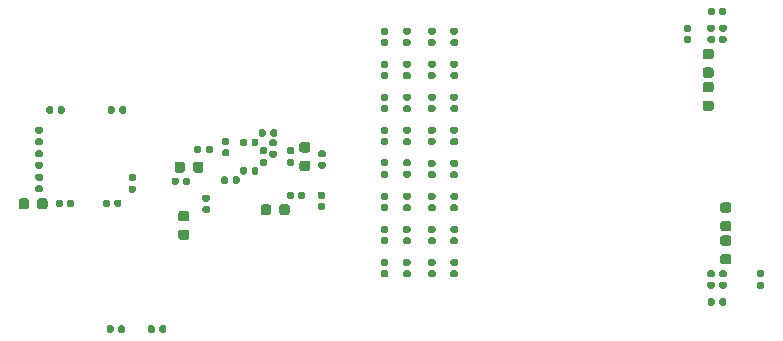
<source format=gbp>
G04 #@! TF.GenerationSoftware,KiCad,Pcbnew,5.1.8*
G04 #@! TF.CreationDate,2020-12-26T16:11:21-08:00*
G04 #@! TF.ProjectId,glasgow,676c6173-676f-4772-9e6b-696361645f70,C2*
G04 #@! TF.SameCoordinates,Original*
G04 #@! TF.FileFunction,Paste,Bot*
G04 #@! TF.FilePolarity,Positive*
%FSLAX46Y46*%
G04 Gerber Fmt 4.6, Leading zero omitted, Abs format (unit mm)*
G04 Created by KiCad (PCBNEW 5.1.8) date 2020-12-26 16:11:21*
%MOMM*%
%LPD*%
G01*
G04 APERTURE LIST*
G04 APERTURE END LIST*
G36*
G01*
X123793750Y-103750000D02*
X124306250Y-103750000D01*
G75*
G02*
X124525000Y-103968750I0J-218750D01*
G01*
X124525000Y-104406250D01*
G75*
G02*
X124306250Y-104625000I-218750J0D01*
G01*
X123793750Y-104625000D01*
G75*
G02*
X123575000Y-104406250I0J218750D01*
G01*
X123575000Y-103968750D01*
G75*
G02*
X123793750Y-103750000I218750J0D01*
G01*
G37*
G36*
G01*
X123793750Y-102175000D02*
X124306250Y-102175000D01*
G75*
G02*
X124525000Y-102393750I0J-218750D01*
G01*
X124525000Y-102831250D01*
G75*
G02*
X124306250Y-103050000I-218750J0D01*
G01*
X123793750Y-103050000D01*
G75*
G02*
X123575000Y-102831250I0J218750D01*
G01*
X123575000Y-102393750D01*
G75*
G02*
X123793750Y-102175000I218750J0D01*
G01*
G37*
G36*
G01*
X122806250Y-87250000D02*
X122293750Y-87250000D01*
G75*
G02*
X122075000Y-87031250I0J218750D01*
G01*
X122075000Y-86593750D01*
G75*
G02*
X122293750Y-86375000I218750J0D01*
G01*
X122806250Y-86375000D01*
G75*
G02*
X123025000Y-86593750I0J-218750D01*
G01*
X123025000Y-87031250D01*
G75*
G02*
X122806250Y-87250000I-218750J0D01*
G01*
G37*
G36*
G01*
X122806250Y-88825000D02*
X122293750Y-88825000D01*
G75*
G02*
X122075000Y-88606250I0J218750D01*
G01*
X122075000Y-88168750D01*
G75*
G02*
X122293750Y-87950000I218750J0D01*
G01*
X122806250Y-87950000D01*
G75*
G02*
X123025000Y-88168750I0J-218750D01*
G01*
X123025000Y-88606250D01*
G75*
G02*
X122806250Y-88825000I-218750J0D01*
G01*
G37*
G36*
G01*
X123793750Y-100950000D02*
X124306250Y-100950000D01*
G75*
G02*
X124525000Y-101168750I0J-218750D01*
G01*
X124525000Y-101606250D01*
G75*
G02*
X124306250Y-101825000I-218750J0D01*
G01*
X123793750Y-101825000D01*
G75*
G02*
X123575000Y-101606250I0J218750D01*
G01*
X123575000Y-101168750D01*
G75*
G02*
X123793750Y-100950000I218750J0D01*
G01*
G37*
G36*
G01*
X123793750Y-99375000D02*
X124306250Y-99375000D01*
G75*
G02*
X124525000Y-99593750I0J-218750D01*
G01*
X124525000Y-100031250D01*
G75*
G02*
X124306250Y-100250000I-218750J0D01*
G01*
X123793750Y-100250000D01*
G75*
G02*
X123575000Y-100031250I0J218750D01*
G01*
X123575000Y-99593750D01*
G75*
G02*
X123793750Y-99375000I218750J0D01*
G01*
G37*
G36*
G01*
X122806250Y-90050000D02*
X122293750Y-90050000D01*
G75*
G02*
X122075000Y-89831250I0J218750D01*
G01*
X122075000Y-89393750D01*
G75*
G02*
X122293750Y-89175000I218750J0D01*
G01*
X122806250Y-89175000D01*
G75*
G02*
X123025000Y-89393750I0J-218750D01*
G01*
X123025000Y-89831250D01*
G75*
G02*
X122806250Y-90050000I-218750J0D01*
G01*
G37*
G36*
G01*
X122806250Y-91625000D02*
X122293750Y-91625000D01*
G75*
G02*
X122075000Y-91406250I0J218750D01*
G01*
X122075000Y-90968750D01*
G75*
G02*
X122293750Y-90750000I218750J0D01*
G01*
X122806250Y-90750000D01*
G75*
G02*
X123025000Y-90968750I0J-218750D01*
G01*
X123025000Y-91406250D01*
G75*
G02*
X122806250Y-91625000I-218750J0D01*
G01*
G37*
G36*
G01*
X120627500Y-85290000D02*
X120972500Y-85290000D01*
G75*
G02*
X121120000Y-85437500I0J-147500D01*
G01*
X121120000Y-85732500D01*
G75*
G02*
X120972500Y-85880000I-147500J0D01*
G01*
X120627500Y-85880000D01*
G75*
G02*
X120480000Y-85732500I0J147500D01*
G01*
X120480000Y-85437500D01*
G75*
G02*
X120627500Y-85290000I147500J0D01*
G01*
G37*
G36*
G01*
X120627500Y-84320000D02*
X120972500Y-84320000D01*
G75*
G02*
X121120000Y-84467500I0J-147500D01*
G01*
X121120000Y-84762500D01*
G75*
G02*
X120972500Y-84910000I-147500J0D01*
G01*
X120627500Y-84910000D01*
G75*
G02*
X120480000Y-84762500I0J147500D01*
G01*
X120480000Y-84467500D01*
G75*
G02*
X120627500Y-84320000I147500J0D01*
G01*
G37*
G36*
G01*
X127172500Y-105710000D02*
X126827500Y-105710000D01*
G75*
G02*
X126680000Y-105562500I0J147500D01*
G01*
X126680000Y-105267500D01*
G75*
G02*
X126827500Y-105120000I147500J0D01*
G01*
X127172500Y-105120000D01*
G75*
G02*
X127320000Y-105267500I0J-147500D01*
G01*
X127320000Y-105562500D01*
G75*
G02*
X127172500Y-105710000I-147500J0D01*
G01*
G37*
G36*
G01*
X127172500Y-106680000D02*
X126827500Y-106680000D01*
G75*
G02*
X126680000Y-106532500I0J147500D01*
G01*
X126680000Y-106237500D01*
G75*
G02*
X126827500Y-106090000I147500J0D01*
G01*
X127172500Y-106090000D01*
G75*
G02*
X127320000Y-106237500I0J-147500D01*
G01*
X127320000Y-106532500D01*
G75*
G02*
X127172500Y-106680000I-147500J0D01*
G01*
G37*
G36*
G01*
X88656250Y-95150000D02*
X88143750Y-95150000D01*
G75*
G02*
X87925000Y-94931250I0J218750D01*
G01*
X87925000Y-94493750D01*
G75*
G02*
X88143750Y-94275000I218750J0D01*
G01*
X88656250Y-94275000D01*
G75*
G02*
X88875000Y-94493750I0J-218750D01*
G01*
X88875000Y-94931250D01*
G75*
G02*
X88656250Y-95150000I-218750J0D01*
G01*
G37*
G36*
G01*
X88656250Y-96725000D02*
X88143750Y-96725000D01*
G75*
G02*
X87925000Y-96506250I0J218750D01*
G01*
X87925000Y-96068750D01*
G75*
G02*
X88143750Y-95850000I218750J0D01*
G01*
X88656250Y-95850000D01*
G75*
G02*
X88875000Y-96068750I0J-218750D01*
G01*
X88875000Y-96506250D01*
G75*
G02*
X88656250Y-96725000I-218750J0D01*
G01*
G37*
G36*
G01*
X78250000Y-96143750D02*
X78250000Y-96656250D01*
G75*
G02*
X78031250Y-96875000I-218750J0D01*
G01*
X77593750Y-96875000D01*
G75*
G02*
X77375000Y-96656250I0J218750D01*
G01*
X77375000Y-96143750D01*
G75*
G02*
X77593750Y-95925000I218750J0D01*
G01*
X78031250Y-95925000D01*
G75*
G02*
X78250000Y-96143750I0J-218750D01*
G01*
G37*
G36*
G01*
X79825000Y-96143750D02*
X79825000Y-96656250D01*
G75*
G02*
X79606250Y-96875000I-218750J0D01*
G01*
X79168750Y-96875000D01*
G75*
G02*
X78950000Y-96656250I0J218750D01*
G01*
X78950000Y-96143750D01*
G75*
G02*
X79168750Y-95925000I218750J0D01*
G01*
X79606250Y-95925000D01*
G75*
G02*
X79825000Y-96143750I0J-218750D01*
G01*
G37*
G36*
G01*
X86250000Y-100256250D02*
X86250000Y-99743750D01*
G75*
G02*
X86468750Y-99525000I218750J0D01*
G01*
X86906250Y-99525000D01*
G75*
G02*
X87125000Y-99743750I0J-218750D01*
G01*
X87125000Y-100256250D01*
G75*
G02*
X86906250Y-100475000I-218750J0D01*
G01*
X86468750Y-100475000D01*
G75*
G02*
X86250000Y-100256250I0J218750D01*
G01*
G37*
G36*
G01*
X84675000Y-100256250D02*
X84675000Y-99743750D01*
G75*
G02*
X84893750Y-99525000I218750J0D01*
G01*
X85331250Y-99525000D01*
G75*
G02*
X85550000Y-99743750I0J-218750D01*
G01*
X85550000Y-100256250D01*
G75*
G02*
X85331250Y-100475000I-218750J0D01*
G01*
X84893750Y-100475000D01*
G75*
G02*
X84675000Y-100256250I0J218750D01*
G01*
G37*
G36*
G01*
X77893750Y-101675000D02*
X78406250Y-101675000D01*
G75*
G02*
X78625000Y-101893750I0J-218750D01*
G01*
X78625000Y-102331250D01*
G75*
G02*
X78406250Y-102550000I-218750J0D01*
G01*
X77893750Y-102550000D01*
G75*
G02*
X77675000Y-102331250I0J218750D01*
G01*
X77675000Y-101893750D01*
G75*
G02*
X77893750Y-101675000I218750J0D01*
G01*
G37*
G36*
G01*
X77893750Y-100100000D02*
X78406250Y-100100000D01*
G75*
G02*
X78625000Y-100318750I0J-218750D01*
G01*
X78625000Y-100756250D01*
G75*
G02*
X78406250Y-100975000I-218750J0D01*
G01*
X77893750Y-100975000D01*
G75*
G02*
X77675000Y-100756250I0J218750D01*
G01*
X77675000Y-100318750D01*
G75*
G02*
X77893750Y-100100000I218750J0D01*
G01*
G37*
G36*
G01*
X65750000Y-99756250D02*
X65750000Y-99243750D01*
G75*
G02*
X65968750Y-99025000I218750J0D01*
G01*
X66406250Y-99025000D01*
G75*
G02*
X66625000Y-99243750I0J-218750D01*
G01*
X66625000Y-99756250D01*
G75*
G02*
X66406250Y-99975000I-218750J0D01*
G01*
X65968750Y-99975000D01*
G75*
G02*
X65750000Y-99756250I0J218750D01*
G01*
G37*
G36*
G01*
X64175000Y-99756250D02*
X64175000Y-99243750D01*
G75*
G02*
X64393750Y-99025000I218750J0D01*
G01*
X64831250Y-99025000D01*
G75*
G02*
X65050000Y-99243750I0J-218750D01*
G01*
X65050000Y-99756250D01*
G75*
G02*
X64831250Y-99975000I-218750J0D01*
G01*
X64393750Y-99975000D01*
G75*
G02*
X64175000Y-99756250I0J218750D01*
G01*
G37*
G36*
G01*
X122972500Y-84910000D02*
X122627500Y-84910000D01*
G75*
G02*
X122480000Y-84762500I0J147500D01*
G01*
X122480000Y-84467500D01*
G75*
G02*
X122627500Y-84320000I147500J0D01*
G01*
X122972500Y-84320000D01*
G75*
G02*
X123120000Y-84467500I0J-147500D01*
G01*
X123120000Y-84762500D01*
G75*
G02*
X122972500Y-84910000I-147500J0D01*
G01*
G37*
G36*
G01*
X122972500Y-85880000D02*
X122627500Y-85880000D01*
G75*
G02*
X122480000Y-85732500I0J147500D01*
G01*
X122480000Y-85437500D01*
G75*
G02*
X122627500Y-85290000I147500J0D01*
G01*
X122972500Y-85290000D01*
G75*
G02*
X123120000Y-85437500I0J-147500D01*
G01*
X123120000Y-85732500D01*
G75*
G02*
X122972500Y-85880000I-147500J0D01*
G01*
G37*
G36*
G01*
X123972500Y-84910000D02*
X123627500Y-84910000D01*
G75*
G02*
X123480000Y-84762500I0J147500D01*
G01*
X123480000Y-84467500D01*
G75*
G02*
X123627500Y-84320000I147500J0D01*
G01*
X123972500Y-84320000D01*
G75*
G02*
X124120000Y-84467500I0J-147500D01*
G01*
X124120000Y-84762500D01*
G75*
G02*
X123972500Y-84910000I-147500J0D01*
G01*
G37*
G36*
G01*
X123972500Y-85880000D02*
X123627500Y-85880000D01*
G75*
G02*
X123480000Y-85732500I0J147500D01*
G01*
X123480000Y-85437500D01*
G75*
G02*
X123627500Y-85290000I147500J0D01*
G01*
X123972500Y-85290000D01*
G75*
G02*
X124120000Y-85437500I0J-147500D01*
G01*
X124120000Y-85732500D01*
G75*
G02*
X123972500Y-85880000I-147500J0D01*
G01*
G37*
G36*
G01*
X123627500Y-106090000D02*
X123972500Y-106090000D01*
G75*
G02*
X124120000Y-106237500I0J-147500D01*
G01*
X124120000Y-106532500D01*
G75*
G02*
X123972500Y-106680000I-147500J0D01*
G01*
X123627500Y-106680000D01*
G75*
G02*
X123480000Y-106532500I0J147500D01*
G01*
X123480000Y-106237500D01*
G75*
G02*
X123627500Y-106090000I147500J0D01*
G01*
G37*
G36*
G01*
X123627500Y-105120000D02*
X123972500Y-105120000D01*
G75*
G02*
X124120000Y-105267500I0J-147500D01*
G01*
X124120000Y-105562500D01*
G75*
G02*
X123972500Y-105710000I-147500J0D01*
G01*
X123627500Y-105710000D01*
G75*
G02*
X123480000Y-105562500I0J147500D01*
G01*
X123480000Y-105267500D01*
G75*
G02*
X123627500Y-105120000I147500J0D01*
G01*
G37*
G36*
G01*
X122627500Y-106090000D02*
X122972500Y-106090000D01*
G75*
G02*
X123120000Y-106237500I0J-147500D01*
G01*
X123120000Y-106532500D01*
G75*
G02*
X122972500Y-106680000I-147500J0D01*
G01*
X122627500Y-106680000D01*
G75*
G02*
X122480000Y-106532500I0J147500D01*
G01*
X122480000Y-106237500D01*
G75*
G02*
X122627500Y-106090000I147500J0D01*
G01*
G37*
G36*
G01*
X122627500Y-105120000D02*
X122972500Y-105120000D01*
G75*
G02*
X123120000Y-105267500I0J-147500D01*
G01*
X123120000Y-105562500D01*
G75*
G02*
X122972500Y-105710000I-147500J0D01*
G01*
X122627500Y-105710000D01*
G75*
G02*
X122480000Y-105562500I0J147500D01*
G01*
X122480000Y-105267500D01*
G75*
G02*
X122627500Y-105120000I147500J0D01*
G01*
G37*
G36*
G01*
X123490000Y-83372500D02*
X123490000Y-83027500D01*
G75*
G02*
X123637500Y-82880000I147500J0D01*
G01*
X123932500Y-82880000D01*
G75*
G02*
X124080000Y-83027500I0J-147500D01*
G01*
X124080000Y-83372500D01*
G75*
G02*
X123932500Y-83520000I-147500J0D01*
G01*
X123637500Y-83520000D01*
G75*
G02*
X123490000Y-83372500I0J147500D01*
G01*
G37*
G36*
G01*
X122520000Y-83372500D02*
X122520000Y-83027500D01*
G75*
G02*
X122667500Y-82880000I147500J0D01*
G01*
X122962500Y-82880000D01*
G75*
G02*
X123110000Y-83027500I0J-147500D01*
G01*
X123110000Y-83372500D01*
G75*
G02*
X122962500Y-83520000I-147500J0D01*
G01*
X122667500Y-83520000D01*
G75*
G02*
X122520000Y-83372500I0J147500D01*
G01*
G37*
G36*
G01*
X123110000Y-107627500D02*
X123110000Y-107972500D01*
G75*
G02*
X122962500Y-108120000I-147500J0D01*
G01*
X122667500Y-108120000D01*
G75*
G02*
X122520000Y-107972500I0J147500D01*
G01*
X122520000Y-107627500D01*
G75*
G02*
X122667500Y-107480000I147500J0D01*
G01*
X122962500Y-107480000D01*
G75*
G02*
X123110000Y-107627500I0J-147500D01*
G01*
G37*
G36*
G01*
X124080000Y-107627500D02*
X124080000Y-107972500D01*
G75*
G02*
X123932500Y-108120000I-147500J0D01*
G01*
X123637500Y-108120000D01*
G75*
G02*
X123490000Y-107972500I0J147500D01*
G01*
X123490000Y-107627500D01*
G75*
G02*
X123637500Y-107480000I147500J0D01*
G01*
X123932500Y-107480000D01*
G75*
G02*
X124080000Y-107627500I0J-147500D01*
G01*
G37*
G36*
G01*
X89627500Y-99440000D02*
X89972500Y-99440000D01*
G75*
G02*
X90120000Y-99587500I0J-147500D01*
G01*
X90120000Y-99882500D01*
G75*
G02*
X89972500Y-100030000I-147500J0D01*
G01*
X89627500Y-100030000D01*
G75*
G02*
X89480000Y-99882500I0J147500D01*
G01*
X89480000Y-99587500D01*
G75*
G02*
X89627500Y-99440000I147500J0D01*
G01*
G37*
G36*
G01*
X89627500Y-98470000D02*
X89972500Y-98470000D01*
G75*
G02*
X90120000Y-98617500I0J-147500D01*
G01*
X90120000Y-98912500D01*
G75*
G02*
X89972500Y-99060000I-147500J0D01*
G01*
X89627500Y-99060000D01*
G75*
G02*
X89480000Y-98912500I0J147500D01*
G01*
X89480000Y-98617500D01*
G75*
G02*
X89627500Y-98470000I147500J0D01*
G01*
G37*
G36*
G01*
X96877500Y-93940000D02*
X97222500Y-93940000D01*
G75*
G02*
X97370000Y-94087500I0J-147500D01*
G01*
X97370000Y-94382500D01*
G75*
G02*
X97222500Y-94530000I-147500J0D01*
G01*
X96877500Y-94530000D01*
G75*
G02*
X96730000Y-94382500I0J147500D01*
G01*
X96730000Y-94087500D01*
G75*
G02*
X96877500Y-93940000I147500J0D01*
G01*
G37*
G36*
G01*
X96877500Y-92970000D02*
X97222500Y-92970000D01*
G75*
G02*
X97370000Y-93117500I0J-147500D01*
G01*
X97370000Y-93412500D01*
G75*
G02*
X97222500Y-93560000I-147500J0D01*
G01*
X96877500Y-93560000D01*
G75*
G02*
X96730000Y-93412500I0J147500D01*
G01*
X96730000Y-93117500D01*
G75*
G02*
X96877500Y-92970000I147500J0D01*
G01*
G37*
G36*
G01*
X98977500Y-91140000D02*
X99322500Y-91140000D01*
G75*
G02*
X99470000Y-91287500I0J-147500D01*
G01*
X99470000Y-91582500D01*
G75*
G02*
X99322500Y-91730000I-147500J0D01*
G01*
X98977500Y-91730000D01*
G75*
G02*
X98830000Y-91582500I0J147500D01*
G01*
X98830000Y-91287500D01*
G75*
G02*
X98977500Y-91140000I147500J0D01*
G01*
G37*
G36*
G01*
X98977500Y-90170000D02*
X99322500Y-90170000D01*
G75*
G02*
X99470000Y-90317500I0J-147500D01*
G01*
X99470000Y-90612500D01*
G75*
G02*
X99322500Y-90760000I-147500J0D01*
G01*
X98977500Y-90760000D01*
G75*
G02*
X98830000Y-90612500I0J147500D01*
G01*
X98830000Y-90317500D01*
G75*
G02*
X98977500Y-90170000I147500J0D01*
G01*
G37*
G36*
G01*
X98977500Y-88340000D02*
X99322500Y-88340000D01*
G75*
G02*
X99470000Y-88487500I0J-147500D01*
G01*
X99470000Y-88782500D01*
G75*
G02*
X99322500Y-88930000I-147500J0D01*
G01*
X98977500Y-88930000D01*
G75*
G02*
X98830000Y-88782500I0J147500D01*
G01*
X98830000Y-88487500D01*
G75*
G02*
X98977500Y-88340000I147500J0D01*
G01*
G37*
G36*
G01*
X98977500Y-87370000D02*
X99322500Y-87370000D01*
G75*
G02*
X99470000Y-87517500I0J-147500D01*
G01*
X99470000Y-87812500D01*
G75*
G02*
X99322500Y-87960000I-147500J0D01*
G01*
X98977500Y-87960000D01*
G75*
G02*
X98830000Y-87812500I0J147500D01*
G01*
X98830000Y-87517500D01*
G75*
G02*
X98977500Y-87370000I147500J0D01*
G01*
G37*
G36*
G01*
X98977500Y-85540000D02*
X99322500Y-85540000D01*
G75*
G02*
X99470000Y-85687500I0J-147500D01*
G01*
X99470000Y-85982500D01*
G75*
G02*
X99322500Y-86130000I-147500J0D01*
G01*
X98977500Y-86130000D01*
G75*
G02*
X98830000Y-85982500I0J147500D01*
G01*
X98830000Y-85687500D01*
G75*
G02*
X98977500Y-85540000I147500J0D01*
G01*
G37*
G36*
G01*
X98977500Y-84570000D02*
X99322500Y-84570000D01*
G75*
G02*
X99470000Y-84717500I0J-147500D01*
G01*
X99470000Y-85012500D01*
G75*
G02*
X99322500Y-85160000I-147500J0D01*
G01*
X98977500Y-85160000D01*
G75*
G02*
X98830000Y-85012500I0J147500D01*
G01*
X98830000Y-84717500D01*
G75*
G02*
X98977500Y-84570000I147500J0D01*
G01*
G37*
G36*
G01*
X96877500Y-88340000D02*
X97222500Y-88340000D01*
G75*
G02*
X97370000Y-88487500I0J-147500D01*
G01*
X97370000Y-88782500D01*
G75*
G02*
X97222500Y-88930000I-147500J0D01*
G01*
X96877500Y-88930000D01*
G75*
G02*
X96730000Y-88782500I0J147500D01*
G01*
X96730000Y-88487500D01*
G75*
G02*
X96877500Y-88340000I147500J0D01*
G01*
G37*
G36*
G01*
X96877500Y-87370000D02*
X97222500Y-87370000D01*
G75*
G02*
X97370000Y-87517500I0J-147500D01*
G01*
X97370000Y-87812500D01*
G75*
G02*
X97222500Y-87960000I-147500J0D01*
G01*
X96877500Y-87960000D01*
G75*
G02*
X96730000Y-87812500I0J147500D01*
G01*
X96730000Y-87517500D01*
G75*
G02*
X96877500Y-87370000I147500J0D01*
G01*
G37*
G36*
G01*
X94977500Y-91140000D02*
X95322500Y-91140000D01*
G75*
G02*
X95470000Y-91287500I0J-147500D01*
G01*
X95470000Y-91582500D01*
G75*
G02*
X95322500Y-91730000I-147500J0D01*
G01*
X94977500Y-91730000D01*
G75*
G02*
X94830000Y-91582500I0J147500D01*
G01*
X94830000Y-91287500D01*
G75*
G02*
X94977500Y-91140000I147500J0D01*
G01*
G37*
G36*
G01*
X94977500Y-90170000D02*
X95322500Y-90170000D01*
G75*
G02*
X95470000Y-90317500I0J-147500D01*
G01*
X95470000Y-90612500D01*
G75*
G02*
X95322500Y-90760000I-147500J0D01*
G01*
X94977500Y-90760000D01*
G75*
G02*
X94830000Y-90612500I0J147500D01*
G01*
X94830000Y-90317500D01*
G75*
G02*
X94977500Y-90170000I147500J0D01*
G01*
G37*
G36*
G01*
X94977500Y-93940000D02*
X95322500Y-93940000D01*
G75*
G02*
X95470000Y-94087500I0J-147500D01*
G01*
X95470000Y-94382500D01*
G75*
G02*
X95322500Y-94530000I-147500J0D01*
G01*
X94977500Y-94530000D01*
G75*
G02*
X94830000Y-94382500I0J147500D01*
G01*
X94830000Y-94087500D01*
G75*
G02*
X94977500Y-93940000I147500J0D01*
G01*
G37*
G36*
G01*
X94977500Y-92970000D02*
X95322500Y-92970000D01*
G75*
G02*
X95470000Y-93117500I0J-147500D01*
G01*
X95470000Y-93412500D01*
G75*
G02*
X95322500Y-93560000I-147500J0D01*
G01*
X94977500Y-93560000D01*
G75*
G02*
X94830000Y-93412500I0J147500D01*
G01*
X94830000Y-93117500D01*
G75*
G02*
X94977500Y-92970000I147500J0D01*
G01*
G37*
G36*
G01*
X94977500Y-88340000D02*
X95322500Y-88340000D01*
G75*
G02*
X95470000Y-88487500I0J-147500D01*
G01*
X95470000Y-88782500D01*
G75*
G02*
X95322500Y-88930000I-147500J0D01*
G01*
X94977500Y-88930000D01*
G75*
G02*
X94830000Y-88782500I0J147500D01*
G01*
X94830000Y-88487500D01*
G75*
G02*
X94977500Y-88340000I147500J0D01*
G01*
G37*
G36*
G01*
X94977500Y-87370000D02*
X95322500Y-87370000D01*
G75*
G02*
X95470000Y-87517500I0J-147500D01*
G01*
X95470000Y-87812500D01*
G75*
G02*
X95322500Y-87960000I-147500J0D01*
G01*
X94977500Y-87960000D01*
G75*
G02*
X94830000Y-87812500I0J147500D01*
G01*
X94830000Y-87517500D01*
G75*
G02*
X94977500Y-87370000I147500J0D01*
G01*
G37*
G36*
G01*
X94977500Y-85540000D02*
X95322500Y-85540000D01*
G75*
G02*
X95470000Y-85687500I0J-147500D01*
G01*
X95470000Y-85982500D01*
G75*
G02*
X95322500Y-86130000I-147500J0D01*
G01*
X94977500Y-86130000D01*
G75*
G02*
X94830000Y-85982500I0J147500D01*
G01*
X94830000Y-85687500D01*
G75*
G02*
X94977500Y-85540000I147500J0D01*
G01*
G37*
G36*
G01*
X94977500Y-84570000D02*
X95322500Y-84570000D01*
G75*
G02*
X95470000Y-84717500I0J-147500D01*
G01*
X95470000Y-85012500D01*
G75*
G02*
X95322500Y-85160000I-147500J0D01*
G01*
X94977500Y-85160000D01*
G75*
G02*
X94830000Y-85012500I0J147500D01*
G01*
X94830000Y-84717500D01*
G75*
G02*
X94977500Y-84570000I147500J0D01*
G01*
G37*
G36*
G01*
X96877500Y-85540000D02*
X97222500Y-85540000D01*
G75*
G02*
X97370000Y-85687500I0J-147500D01*
G01*
X97370000Y-85982500D01*
G75*
G02*
X97222500Y-86130000I-147500J0D01*
G01*
X96877500Y-86130000D01*
G75*
G02*
X96730000Y-85982500I0J147500D01*
G01*
X96730000Y-85687500D01*
G75*
G02*
X96877500Y-85540000I147500J0D01*
G01*
G37*
G36*
G01*
X96877500Y-84570000D02*
X97222500Y-84570000D01*
G75*
G02*
X97370000Y-84717500I0J-147500D01*
G01*
X97370000Y-85012500D01*
G75*
G02*
X97222500Y-85160000I-147500J0D01*
G01*
X96877500Y-85160000D01*
G75*
G02*
X96730000Y-85012500I0J147500D01*
G01*
X96730000Y-84717500D01*
G75*
G02*
X96877500Y-84570000I147500J0D01*
G01*
G37*
G36*
G01*
X96877500Y-105140000D02*
X97222500Y-105140000D01*
G75*
G02*
X97370000Y-105287500I0J-147500D01*
G01*
X97370000Y-105582500D01*
G75*
G02*
X97222500Y-105730000I-147500J0D01*
G01*
X96877500Y-105730000D01*
G75*
G02*
X96730000Y-105582500I0J147500D01*
G01*
X96730000Y-105287500D01*
G75*
G02*
X96877500Y-105140000I147500J0D01*
G01*
G37*
G36*
G01*
X96877500Y-104170000D02*
X97222500Y-104170000D01*
G75*
G02*
X97370000Y-104317500I0J-147500D01*
G01*
X97370000Y-104612500D01*
G75*
G02*
X97222500Y-104760000I-147500J0D01*
G01*
X96877500Y-104760000D01*
G75*
G02*
X96730000Y-104612500I0J147500D01*
G01*
X96730000Y-104317500D01*
G75*
G02*
X96877500Y-104170000I147500J0D01*
G01*
G37*
G36*
G01*
X94977500Y-105140000D02*
X95322500Y-105140000D01*
G75*
G02*
X95470000Y-105287500I0J-147500D01*
G01*
X95470000Y-105582500D01*
G75*
G02*
X95322500Y-105730000I-147500J0D01*
G01*
X94977500Y-105730000D01*
G75*
G02*
X94830000Y-105582500I0J147500D01*
G01*
X94830000Y-105287500D01*
G75*
G02*
X94977500Y-105140000I147500J0D01*
G01*
G37*
G36*
G01*
X94977500Y-104170000D02*
X95322500Y-104170000D01*
G75*
G02*
X95470000Y-104317500I0J-147500D01*
G01*
X95470000Y-104612500D01*
G75*
G02*
X95322500Y-104760000I-147500J0D01*
G01*
X94977500Y-104760000D01*
G75*
G02*
X94830000Y-104612500I0J147500D01*
G01*
X94830000Y-104317500D01*
G75*
G02*
X94977500Y-104170000I147500J0D01*
G01*
G37*
G36*
G01*
X96877500Y-102340000D02*
X97222500Y-102340000D01*
G75*
G02*
X97370000Y-102487500I0J-147500D01*
G01*
X97370000Y-102782500D01*
G75*
G02*
X97222500Y-102930000I-147500J0D01*
G01*
X96877500Y-102930000D01*
G75*
G02*
X96730000Y-102782500I0J147500D01*
G01*
X96730000Y-102487500D01*
G75*
G02*
X96877500Y-102340000I147500J0D01*
G01*
G37*
G36*
G01*
X96877500Y-101370000D02*
X97222500Y-101370000D01*
G75*
G02*
X97370000Y-101517500I0J-147500D01*
G01*
X97370000Y-101812500D01*
G75*
G02*
X97222500Y-101960000I-147500J0D01*
G01*
X96877500Y-101960000D01*
G75*
G02*
X96730000Y-101812500I0J147500D01*
G01*
X96730000Y-101517500D01*
G75*
G02*
X96877500Y-101370000I147500J0D01*
G01*
G37*
G36*
G01*
X94977500Y-102340000D02*
X95322500Y-102340000D01*
G75*
G02*
X95470000Y-102487500I0J-147500D01*
G01*
X95470000Y-102782500D01*
G75*
G02*
X95322500Y-102930000I-147500J0D01*
G01*
X94977500Y-102930000D01*
G75*
G02*
X94830000Y-102782500I0J147500D01*
G01*
X94830000Y-102487500D01*
G75*
G02*
X94977500Y-102340000I147500J0D01*
G01*
G37*
G36*
G01*
X94977500Y-101370000D02*
X95322500Y-101370000D01*
G75*
G02*
X95470000Y-101517500I0J-147500D01*
G01*
X95470000Y-101812500D01*
G75*
G02*
X95322500Y-101960000I-147500J0D01*
G01*
X94977500Y-101960000D01*
G75*
G02*
X94830000Y-101812500I0J147500D01*
G01*
X94830000Y-101517500D01*
G75*
G02*
X94977500Y-101370000I147500J0D01*
G01*
G37*
G36*
G01*
X94977500Y-99540000D02*
X95322500Y-99540000D01*
G75*
G02*
X95470000Y-99687500I0J-147500D01*
G01*
X95470000Y-99982500D01*
G75*
G02*
X95322500Y-100130000I-147500J0D01*
G01*
X94977500Y-100130000D01*
G75*
G02*
X94830000Y-99982500I0J147500D01*
G01*
X94830000Y-99687500D01*
G75*
G02*
X94977500Y-99540000I147500J0D01*
G01*
G37*
G36*
G01*
X94977500Y-98570000D02*
X95322500Y-98570000D01*
G75*
G02*
X95470000Y-98717500I0J-147500D01*
G01*
X95470000Y-99012500D01*
G75*
G02*
X95322500Y-99160000I-147500J0D01*
G01*
X94977500Y-99160000D01*
G75*
G02*
X94830000Y-99012500I0J147500D01*
G01*
X94830000Y-98717500D01*
G75*
G02*
X94977500Y-98570000I147500J0D01*
G01*
G37*
G36*
G01*
X96877500Y-99540000D02*
X97222500Y-99540000D01*
G75*
G02*
X97370000Y-99687500I0J-147500D01*
G01*
X97370000Y-99982500D01*
G75*
G02*
X97222500Y-100130000I-147500J0D01*
G01*
X96877500Y-100130000D01*
G75*
G02*
X96730000Y-99982500I0J147500D01*
G01*
X96730000Y-99687500D01*
G75*
G02*
X96877500Y-99540000I147500J0D01*
G01*
G37*
G36*
G01*
X96877500Y-98570000D02*
X97222500Y-98570000D01*
G75*
G02*
X97370000Y-98717500I0J-147500D01*
G01*
X97370000Y-99012500D01*
G75*
G02*
X97222500Y-99160000I-147500J0D01*
G01*
X96877500Y-99160000D01*
G75*
G02*
X96730000Y-99012500I0J147500D01*
G01*
X96730000Y-98717500D01*
G75*
G02*
X96877500Y-98570000I147500J0D01*
G01*
G37*
G36*
G01*
X80222500Y-99310000D02*
X79877500Y-99310000D01*
G75*
G02*
X79730000Y-99162500I0J147500D01*
G01*
X79730000Y-98867500D01*
G75*
G02*
X79877500Y-98720000I147500J0D01*
G01*
X80222500Y-98720000D01*
G75*
G02*
X80370000Y-98867500I0J-147500D01*
G01*
X80370000Y-99162500D01*
G75*
G02*
X80222500Y-99310000I-147500J0D01*
G01*
G37*
G36*
G01*
X80222500Y-100280000D02*
X79877500Y-100280000D01*
G75*
G02*
X79730000Y-100132500I0J147500D01*
G01*
X79730000Y-99837500D01*
G75*
G02*
X79877500Y-99690000I147500J0D01*
G01*
X80222500Y-99690000D01*
G75*
G02*
X80370000Y-99837500I0J-147500D01*
G01*
X80370000Y-100132500D01*
G75*
G02*
X80222500Y-100280000I-147500J0D01*
G01*
G37*
G36*
G01*
X79625000Y-94727500D02*
X79625000Y-95072500D01*
G75*
G02*
X79477500Y-95220000I-147500J0D01*
G01*
X79182500Y-95220000D01*
G75*
G02*
X79035000Y-95072500I0J147500D01*
G01*
X79035000Y-94727500D01*
G75*
G02*
X79182500Y-94580000I147500J0D01*
G01*
X79477500Y-94580000D01*
G75*
G02*
X79625000Y-94727500I0J-147500D01*
G01*
G37*
G36*
G01*
X80595000Y-94727500D02*
X80595000Y-95072500D01*
G75*
G02*
X80447500Y-95220000I-147500J0D01*
G01*
X80152500Y-95220000D01*
G75*
G02*
X80005000Y-95072500I0J147500D01*
G01*
X80005000Y-94727500D01*
G75*
G02*
X80152500Y-94580000I147500J0D01*
G01*
X80447500Y-94580000D01*
G75*
G02*
X80595000Y-94727500I0J-147500D01*
G01*
G37*
G36*
G01*
X77710000Y-97427500D02*
X77710000Y-97772500D01*
G75*
G02*
X77562500Y-97920000I-147500J0D01*
G01*
X77267500Y-97920000D01*
G75*
G02*
X77120000Y-97772500I0J147500D01*
G01*
X77120000Y-97427500D01*
G75*
G02*
X77267500Y-97280000I147500J0D01*
G01*
X77562500Y-97280000D01*
G75*
G02*
X77710000Y-97427500I0J-147500D01*
G01*
G37*
G36*
G01*
X78680000Y-97427500D02*
X78680000Y-97772500D01*
G75*
G02*
X78532500Y-97920000I-147500J0D01*
G01*
X78237500Y-97920000D01*
G75*
G02*
X78090000Y-97772500I0J147500D01*
G01*
X78090000Y-97427500D01*
G75*
G02*
X78237500Y-97280000I147500J0D01*
G01*
X78532500Y-97280000D01*
G75*
G02*
X78680000Y-97427500I0J-147500D01*
G01*
G37*
G36*
G01*
X90022500Y-95560000D02*
X89677500Y-95560000D01*
G75*
G02*
X89530000Y-95412500I0J147500D01*
G01*
X89530000Y-95117500D01*
G75*
G02*
X89677500Y-94970000I147500J0D01*
G01*
X90022500Y-94970000D01*
G75*
G02*
X90170000Y-95117500I0J-147500D01*
G01*
X90170000Y-95412500D01*
G75*
G02*
X90022500Y-95560000I-147500J0D01*
G01*
G37*
G36*
G01*
X90022500Y-96530000D02*
X89677500Y-96530000D01*
G75*
G02*
X89530000Y-96382500I0J147500D01*
G01*
X89530000Y-96087500D01*
G75*
G02*
X89677500Y-95940000I147500J0D01*
G01*
X90022500Y-95940000D01*
G75*
G02*
X90170000Y-96087500I0J-147500D01*
G01*
X90170000Y-96382500D01*
G75*
G02*
X90022500Y-96530000I-147500J0D01*
G01*
G37*
G36*
G01*
X71910000Y-99277500D02*
X71910000Y-99622500D01*
G75*
G02*
X71762500Y-99770000I-147500J0D01*
G01*
X71467500Y-99770000D01*
G75*
G02*
X71320000Y-99622500I0J147500D01*
G01*
X71320000Y-99277500D01*
G75*
G02*
X71467500Y-99130000I147500J0D01*
G01*
X71762500Y-99130000D01*
G75*
G02*
X71910000Y-99277500I0J-147500D01*
G01*
G37*
G36*
G01*
X72880000Y-99277500D02*
X72880000Y-99622500D01*
G75*
G02*
X72732500Y-99770000I-147500J0D01*
G01*
X72437500Y-99770000D01*
G75*
G02*
X72290000Y-99622500I0J147500D01*
G01*
X72290000Y-99277500D01*
G75*
G02*
X72437500Y-99130000I147500J0D01*
G01*
X72732500Y-99130000D01*
G75*
G02*
X72880000Y-99277500I0J-147500D01*
G01*
G37*
G36*
G01*
X83510000Y-94127500D02*
X83510000Y-94472500D01*
G75*
G02*
X83362500Y-94620000I-147500J0D01*
G01*
X83067500Y-94620000D01*
G75*
G02*
X82920000Y-94472500I0J147500D01*
G01*
X82920000Y-94127500D01*
G75*
G02*
X83067500Y-93980000I147500J0D01*
G01*
X83362500Y-93980000D01*
G75*
G02*
X83510000Y-94127500I0J-147500D01*
G01*
G37*
G36*
G01*
X84480000Y-94127500D02*
X84480000Y-94472500D01*
G75*
G02*
X84332500Y-94620000I-147500J0D01*
G01*
X84037500Y-94620000D01*
G75*
G02*
X83890000Y-94472500I0J147500D01*
G01*
X83890000Y-94127500D01*
G75*
G02*
X84037500Y-93980000I147500J0D01*
G01*
X84332500Y-93980000D01*
G75*
G02*
X84480000Y-94127500I0J-147500D01*
G01*
G37*
G36*
G01*
X82290000Y-97672500D02*
X82290000Y-97327500D01*
G75*
G02*
X82437500Y-97180000I147500J0D01*
G01*
X82732500Y-97180000D01*
G75*
G02*
X82880000Y-97327500I0J-147500D01*
G01*
X82880000Y-97672500D01*
G75*
G02*
X82732500Y-97820000I-147500J0D01*
G01*
X82437500Y-97820000D01*
G75*
G02*
X82290000Y-97672500I0J147500D01*
G01*
G37*
G36*
G01*
X81320000Y-97672500D02*
X81320000Y-97327500D01*
G75*
G02*
X81467500Y-97180000I147500J0D01*
G01*
X81762500Y-97180000D01*
G75*
G02*
X81910000Y-97327500I0J-147500D01*
G01*
X81910000Y-97672500D01*
G75*
G02*
X81762500Y-97820000I-147500J0D01*
G01*
X81467500Y-97820000D01*
G75*
G02*
X81320000Y-97672500I0J147500D01*
G01*
G37*
G36*
G01*
X65727500Y-97940000D02*
X66072500Y-97940000D01*
G75*
G02*
X66220000Y-98087500I0J-147500D01*
G01*
X66220000Y-98382500D01*
G75*
G02*
X66072500Y-98530000I-147500J0D01*
G01*
X65727500Y-98530000D01*
G75*
G02*
X65580000Y-98382500I0J147500D01*
G01*
X65580000Y-98087500D01*
G75*
G02*
X65727500Y-97940000I147500J0D01*
G01*
G37*
G36*
G01*
X65727500Y-96970000D02*
X66072500Y-96970000D01*
G75*
G02*
X66220000Y-97117500I0J-147500D01*
G01*
X66220000Y-97412500D01*
G75*
G02*
X66072500Y-97560000I-147500J0D01*
G01*
X65727500Y-97560000D01*
G75*
G02*
X65580000Y-97412500I0J147500D01*
G01*
X65580000Y-97117500D01*
G75*
G02*
X65727500Y-96970000I147500J0D01*
G01*
G37*
G36*
G01*
X65727500Y-95940000D02*
X66072500Y-95940000D01*
G75*
G02*
X66220000Y-96087500I0J-147500D01*
G01*
X66220000Y-96382500D01*
G75*
G02*
X66072500Y-96530000I-147500J0D01*
G01*
X65727500Y-96530000D01*
G75*
G02*
X65580000Y-96382500I0J147500D01*
G01*
X65580000Y-96087500D01*
G75*
G02*
X65727500Y-95940000I147500J0D01*
G01*
G37*
G36*
G01*
X65727500Y-94970000D02*
X66072500Y-94970000D01*
G75*
G02*
X66220000Y-95117500I0J-147500D01*
G01*
X66220000Y-95412500D01*
G75*
G02*
X66072500Y-95560000I-147500J0D01*
G01*
X65727500Y-95560000D01*
G75*
G02*
X65580000Y-95412500I0J147500D01*
G01*
X65580000Y-95117500D01*
G75*
G02*
X65727500Y-94970000I147500J0D01*
G01*
G37*
G36*
G01*
X73627500Y-97955000D02*
X73972500Y-97955000D01*
G75*
G02*
X74120000Y-98102500I0J-147500D01*
G01*
X74120000Y-98397500D01*
G75*
G02*
X73972500Y-98545000I-147500J0D01*
G01*
X73627500Y-98545000D01*
G75*
G02*
X73480000Y-98397500I0J147500D01*
G01*
X73480000Y-98102500D01*
G75*
G02*
X73627500Y-97955000I147500J0D01*
G01*
G37*
G36*
G01*
X73627500Y-96985000D02*
X73972500Y-96985000D01*
G75*
G02*
X74120000Y-97132500I0J-147500D01*
G01*
X74120000Y-97427500D01*
G75*
G02*
X73972500Y-97575000I-147500J0D01*
G01*
X73627500Y-97575000D01*
G75*
G02*
X73480000Y-97427500I0J147500D01*
G01*
X73480000Y-97132500D01*
G75*
G02*
X73627500Y-96985000I147500J0D01*
G01*
G37*
G36*
G01*
X72310000Y-91377500D02*
X72310000Y-91722500D01*
G75*
G02*
X72162500Y-91870000I-147500J0D01*
G01*
X71867500Y-91870000D01*
G75*
G02*
X71720000Y-91722500I0J147500D01*
G01*
X71720000Y-91377500D01*
G75*
G02*
X71867500Y-91230000I147500J0D01*
G01*
X72162500Y-91230000D01*
G75*
G02*
X72310000Y-91377500I0J-147500D01*
G01*
G37*
G36*
G01*
X73280000Y-91377500D02*
X73280000Y-91722500D01*
G75*
G02*
X73132500Y-91870000I-147500J0D01*
G01*
X72837500Y-91870000D01*
G75*
G02*
X72690000Y-91722500I0J147500D01*
G01*
X72690000Y-91377500D01*
G75*
G02*
X72837500Y-91230000I147500J0D01*
G01*
X73132500Y-91230000D01*
G75*
G02*
X73280000Y-91377500I0J-147500D01*
G01*
G37*
G36*
G01*
X67490000Y-91722500D02*
X67490000Y-91377500D01*
G75*
G02*
X67637500Y-91230000I147500J0D01*
G01*
X67932500Y-91230000D01*
G75*
G02*
X68080000Y-91377500I0J-147500D01*
G01*
X68080000Y-91722500D01*
G75*
G02*
X67932500Y-91870000I-147500J0D01*
G01*
X67637500Y-91870000D01*
G75*
G02*
X67490000Y-91722500I0J147500D01*
G01*
G37*
G36*
G01*
X66520000Y-91722500D02*
X66520000Y-91377500D01*
G75*
G02*
X66667500Y-91230000I147500J0D01*
G01*
X66962500Y-91230000D01*
G75*
G02*
X67110000Y-91377500I0J-147500D01*
G01*
X67110000Y-91722500D01*
G75*
G02*
X66962500Y-91870000I-147500J0D01*
G01*
X66667500Y-91870000D01*
G75*
G02*
X66520000Y-91722500I0J147500D01*
G01*
G37*
G36*
G01*
X65727500Y-93955000D02*
X66072500Y-93955000D01*
G75*
G02*
X66220000Y-94102500I0J-147500D01*
G01*
X66220000Y-94397500D01*
G75*
G02*
X66072500Y-94545000I-147500J0D01*
G01*
X65727500Y-94545000D01*
G75*
G02*
X65580000Y-94397500I0J147500D01*
G01*
X65580000Y-94102500D01*
G75*
G02*
X65727500Y-93955000I147500J0D01*
G01*
G37*
G36*
G01*
X65727500Y-92985000D02*
X66072500Y-92985000D01*
G75*
G02*
X66220000Y-93132500I0J-147500D01*
G01*
X66220000Y-93427500D01*
G75*
G02*
X66072500Y-93575000I-147500J0D01*
G01*
X65727500Y-93575000D01*
G75*
G02*
X65580000Y-93427500I0J147500D01*
G01*
X65580000Y-93132500D01*
G75*
G02*
X65727500Y-92985000I147500J0D01*
G01*
G37*
G36*
G01*
X68290000Y-99622500D02*
X68290000Y-99277500D01*
G75*
G02*
X68437500Y-99130000I147500J0D01*
G01*
X68732500Y-99130000D01*
G75*
G02*
X68880000Y-99277500I0J-147500D01*
G01*
X68880000Y-99622500D01*
G75*
G02*
X68732500Y-99770000I-147500J0D01*
G01*
X68437500Y-99770000D01*
G75*
G02*
X68290000Y-99622500I0J147500D01*
G01*
G37*
G36*
G01*
X67320000Y-99622500D02*
X67320000Y-99277500D01*
G75*
G02*
X67467500Y-99130000I147500J0D01*
G01*
X67762500Y-99130000D01*
G75*
G02*
X67910000Y-99277500I0J-147500D01*
G01*
X67910000Y-99622500D01*
G75*
G02*
X67762500Y-99770000I-147500J0D01*
G01*
X67467500Y-99770000D01*
G75*
G02*
X67320000Y-99622500I0J147500D01*
G01*
G37*
G36*
G01*
X87372500Y-95310000D02*
X87027500Y-95310000D01*
G75*
G02*
X86880000Y-95162500I0J147500D01*
G01*
X86880000Y-94867500D01*
G75*
G02*
X87027500Y-94720000I147500J0D01*
G01*
X87372500Y-94720000D01*
G75*
G02*
X87520000Y-94867500I0J-147500D01*
G01*
X87520000Y-95162500D01*
G75*
G02*
X87372500Y-95310000I-147500J0D01*
G01*
G37*
G36*
G01*
X87372500Y-96280000D02*
X87027500Y-96280000D01*
G75*
G02*
X86880000Y-96132500I0J147500D01*
G01*
X86880000Y-95837500D01*
G75*
G02*
X87027500Y-95690000I147500J0D01*
G01*
X87372500Y-95690000D01*
G75*
G02*
X87520000Y-95837500I0J-147500D01*
G01*
X87520000Y-96132500D01*
G75*
G02*
X87372500Y-96280000I-147500J0D01*
G01*
G37*
G36*
G01*
X76090000Y-110272500D02*
X76090000Y-109927500D01*
G75*
G02*
X76237500Y-109780000I147500J0D01*
G01*
X76532500Y-109780000D01*
G75*
G02*
X76680000Y-109927500I0J-147500D01*
G01*
X76680000Y-110272500D01*
G75*
G02*
X76532500Y-110420000I-147500J0D01*
G01*
X76237500Y-110420000D01*
G75*
G02*
X76090000Y-110272500I0J147500D01*
G01*
G37*
G36*
G01*
X75120000Y-110272500D02*
X75120000Y-109927500D01*
G75*
G02*
X75267500Y-109780000I147500J0D01*
G01*
X75562500Y-109780000D01*
G75*
G02*
X75710000Y-109927500I0J-147500D01*
G01*
X75710000Y-110272500D01*
G75*
G02*
X75562500Y-110420000I-147500J0D01*
G01*
X75267500Y-110420000D01*
G75*
G02*
X75120000Y-110272500I0J147500D01*
G01*
G37*
G36*
G01*
X72590000Y-110272500D02*
X72590000Y-109927500D01*
G75*
G02*
X72737500Y-109780000I147500J0D01*
G01*
X73032500Y-109780000D01*
G75*
G02*
X73180000Y-109927500I0J-147500D01*
G01*
X73180000Y-110272500D01*
G75*
G02*
X73032500Y-110420000I-147500J0D01*
G01*
X72737500Y-110420000D01*
G75*
G02*
X72590000Y-110272500I0J147500D01*
G01*
G37*
G36*
G01*
X71620000Y-110272500D02*
X71620000Y-109927500D01*
G75*
G02*
X71767500Y-109780000I147500J0D01*
G01*
X72062500Y-109780000D01*
G75*
G02*
X72210000Y-109927500I0J-147500D01*
G01*
X72210000Y-110272500D01*
G75*
G02*
X72062500Y-110420000I-147500J0D01*
G01*
X71767500Y-110420000D01*
G75*
G02*
X71620000Y-110272500I0J147500D01*
G01*
G37*
G36*
G01*
X100877500Y-105140000D02*
X101222500Y-105140000D01*
G75*
G02*
X101370000Y-105287500I0J-147500D01*
G01*
X101370000Y-105582500D01*
G75*
G02*
X101222500Y-105730000I-147500J0D01*
G01*
X100877500Y-105730000D01*
G75*
G02*
X100730000Y-105582500I0J147500D01*
G01*
X100730000Y-105287500D01*
G75*
G02*
X100877500Y-105140000I147500J0D01*
G01*
G37*
G36*
G01*
X100877500Y-104170000D02*
X101222500Y-104170000D01*
G75*
G02*
X101370000Y-104317500I0J-147500D01*
G01*
X101370000Y-104612500D01*
G75*
G02*
X101222500Y-104760000I-147500J0D01*
G01*
X100877500Y-104760000D01*
G75*
G02*
X100730000Y-104612500I0J147500D01*
G01*
X100730000Y-104317500D01*
G75*
G02*
X100877500Y-104170000I147500J0D01*
G01*
G37*
G36*
G01*
X100877500Y-102340000D02*
X101222500Y-102340000D01*
G75*
G02*
X101370000Y-102487500I0J-147500D01*
G01*
X101370000Y-102782500D01*
G75*
G02*
X101222500Y-102930000I-147500J0D01*
G01*
X100877500Y-102930000D01*
G75*
G02*
X100730000Y-102782500I0J147500D01*
G01*
X100730000Y-102487500D01*
G75*
G02*
X100877500Y-102340000I147500J0D01*
G01*
G37*
G36*
G01*
X100877500Y-101370000D02*
X101222500Y-101370000D01*
G75*
G02*
X101370000Y-101517500I0J-147500D01*
G01*
X101370000Y-101812500D01*
G75*
G02*
X101222500Y-101960000I-147500J0D01*
G01*
X100877500Y-101960000D01*
G75*
G02*
X100730000Y-101812500I0J147500D01*
G01*
X100730000Y-101517500D01*
G75*
G02*
X100877500Y-101370000I147500J0D01*
G01*
G37*
G36*
G01*
X87840000Y-98972500D02*
X87840000Y-98627500D01*
G75*
G02*
X87987500Y-98480000I147500J0D01*
G01*
X88282500Y-98480000D01*
G75*
G02*
X88430000Y-98627500I0J-147500D01*
G01*
X88430000Y-98972500D01*
G75*
G02*
X88282500Y-99120000I-147500J0D01*
G01*
X87987500Y-99120000D01*
G75*
G02*
X87840000Y-98972500I0J147500D01*
G01*
G37*
G36*
G01*
X86870000Y-98972500D02*
X86870000Y-98627500D01*
G75*
G02*
X87017500Y-98480000I147500J0D01*
G01*
X87312500Y-98480000D01*
G75*
G02*
X87460000Y-98627500I0J-147500D01*
G01*
X87460000Y-98972500D01*
G75*
G02*
X87312500Y-99120000I-147500J0D01*
G01*
X87017500Y-99120000D01*
G75*
G02*
X86870000Y-98972500I0J147500D01*
G01*
G37*
G36*
G01*
X85872500Y-94610000D02*
X85527500Y-94610000D01*
G75*
G02*
X85380000Y-94462500I0J147500D01*
G01*
X85380000Y-94167500D01*
G75*
G02*
X85527500Y-94020000I147500J0D01*
G01*
X85872500Y-94020000D01*
G75*
G02*
X86020000Y-94167500I0J-147500D01*
G01*
X86020000Y-94462500D01*
G75*
G02*
X85872500Y-94610000I-147500J0D01*
G01*
G37*
G36*
G01*
X85872500Y-95580000D02*
X85527500Y-95580000D01*
G75*
G02*
X85380000Y-95432500I0J147500D01*
G01*
X85380000Y-95137500D01*
G75*
G02*
X85527500Y-94990000I147500J0D01*
G01*
X85872500Y-94990000D01*
G75*
G02*
X86020000Y-95137500I0J-147500D01*
G01*
X86020000Y-95432500D01*
G75*
G02*
X85872500Y-95580000I-147500J0D01*
G01*
G37*
G36*
G01*
X85490000Y-93672500D02*
X85490000Y-93327500D01*
G75*
G02*
X85637500Y-93180000I147500J0D01*
G01*
X85932500Y-93180000D01*
G75*
G02*
X86080000Y-93327500I0J-147500D01*
G01*
X86080000Y-93672500D01*
G75*
G02*
X85932500Y-93820000I-147500J0D01*
G01*
X85637500Y-93820000D01*
G75*
G02*
X85490000Y-93672500I0J147500D01*
G01*
G37*
G36*
G01*
X84520000Y-93672500D02*
X84520000Y-93327500D01*
G75*
G02*
X84667500Y-93180000I147500J0D01*
G01*
X84962500Y-93180000D01*
G75*
G02*
X85110000Y-93327500I0J-147500D01*
G01*
X85110000Y-93672500D01*
G75*
G02*
X84962500Y-93820000I-147500J0D01*
G01*
X84667500Y-93820000D01*
G75*
G02*
X84520000Y-93672500I0J147500D01*
G01*
G37*
G36*
G01*
X100877500Y-99540000D02*
X101222500Y-99540000D01*
G75*
G02*
X101370000Y-99687500I0J-147500D01*
G01*
X101370000Y-99982500D01*
G75*
G02*
X101222500Y-100130000I-147500J0D01*
G01*
X100877500Y-100130000D01*
G75*
G02*
X100730000Y-99982500I0J147500D01*
G01*
X100730000Y-99687500D01*
G75*
G02*
X100877500Y-99540000I147500J0D01*
G01*
G37*
G36*
G01*
X100877500Y-98570000D02*
X101222500Y-98570000D01*
G75*
G02*
X101370000Y-98717500I0J-147500D01*
G01*
X101370000Y-99012500D01*
G75*
G02*
X101222500Y-99160000I-147500J0D01*
G01*
X100877500Y-99160000D01*
G75*
G02*
X100730000Y-99012500I0J147500D01*
G01*
X100730000Y-98717500D01*
G75*
G02*
X100877500Y-98570000I147500J0D01*
G01*
G37*
G36*
G01*
X100877500Y-96740000D02*
X101222500Y-96740000D01*
G75*
G02*
X101370000Y-96887500I0J-147500D01*
G01*
X101370000Y-97182500D01*
G75*
G02*
X101222500Y-97330000I-147500J0D01*
G01*
X100877500Y-97330000D01*
G75*
G02*
X100730000Y-97182500I0J147500D01*
G01*
X100730000Y-96887500D01*
G75*
G02*
X100877500Y-96740000I147500J0D01*
G01*
G37*
G36*
G01*
X100877500Y-95770000D02*
X101222500Y-95770000D01*
G75*
G02*
X101370000Y-95917500I0J-147500D01*
G01*
X101370000Y-96212500D01*
G75*
G02*
X101222500Y-96360000I-147500J0D01*
G01*
X100877500Y-96360000D01*
G75*
G02*
X100730000Y-96212500I0J147500D01*
G01*
X100730000Y-95917500D01*
G75*
G02*
X100877500Y-95770000I147500J0D01*
G01*
G37*
G36*
G01*
X98977500Y-105140000D02*
X99322500Y-105140000D01*
G75*
G02*
X99470000Y-105287500I0J-147500D01*
G01*
X99470000Y-105582500D01*
G75*
G02*
X99322500Y-105730000I-147500J0D01*
G01*
X98977500Y-105730000D01*
G75*
G02*
X98830000Y-105582500I0J147500D01*
G01*
X98830000Y-105287500D01*
G75*
G02*
X98977500Y-105140000I147500J0D01*
G01*
G37*
G36*
G01*
X98977500Y-104170000D02*
X99322500Y-104170000D01*
G75*
G02*
X99470000Y-104317500I0J-147500D01*
G01*
X99470000Y-104612500D01*
G75*
G02*
X99322500Y-104760000I-147500J0D01*
G01*
X98977500Y-104760000D01*
G75*
G02*
X98830000Y-104612500I0J147500D01*
G01*
X98830000Y-104317500D01*
G75*
G02*
X98977500Y-104170000I147500J0D01*
G01*
G37*
G36*
G01*
X98977500Y-102340000D02*
X99322500Y-102340000D01*
G75*
G02*
X99470000Y-102487500I0J-147500D01*
G01*
X99470000Y-102782500D01*
G75*
G02*
X99322500Y-102930000I-147500J0D01*
G01*
X98977500Y-102930000D01*
G75*
G02*
X98830000Y-102782500I0J147500D01*
G01*
X98830000Y-102487500D01*
G75*
G02*
X98977500Y-102340000I147500J0D01*
G01*
G37*
G36*
G01*
X98977500Y-101370000D02*
X99322500Y-101370000D01*
G75*
G02*
X99470000Y-101517500I0J-147500D01*
G01*
X99470000Y-101812500D01*
G75*
G02*
X99322500Y-101960000I-147500J0D01*
G01*
X98977500Y-101960000D01*
G75*
G02*
X98830000Y-101812500I0J147500D01*
G01*
X98830000Y-101517500D01*
G75*
G02*
X98977500Y-101370000I147500J0D01*
G01*
G37*
G36*
G01*
X98977500Y-99540000D02*
X99322500Y-99540000D01*
G75*
G02*
X99470000Y-99687500I0J-147500D01*
G01*
X99470000Y-99982500D01*
G75*
G02*
X99322500Y-100130000I-147500J0D01*
G01*
X98977500Y-100130000D01*
G75*
G02*
X98830000Y-99982500I0J147500D01*
G01*
X98830000Y-99687500D01*
G75*
G02*
X98977500Y-99540000I147500J0D01*
G01*
G37*
G36*
G01*
X98977500Y-98570000D02*
X99322500Y-98570000D01*
G75*
G02*
X99470000Y-98717500I0J-147500D01*
G01*
X99470000Y-99012500D01*
G75*
G02*
X99322500Y-99160000I-147500J0D01*
G01*
X98977500Y-99160000D01*
G75*
G02*
X98830000Y-99012500I0J147500D01*
G01*
X98830000Y-98717500D01*
G75*
G02*
X98977500Y-98570000I147500J0D01*
G01*
G37*
G36*
G01*
X98977500Y-96740000D02*
X99322500Y-96740000D01*
G75*
G02*
X99470000Y-96887500I0J-147500D01*
G01*
X99470000Y-97182500D01*
G75*
G02*
X99322500Y-97330000I-147500J0D01*
G01*
X98977500Y-97330000D01*
G75*
G02*
X98830000Y-97182500I0J147500D01*
G01*
X98830000Y-96887500D01*
G75*
G02*
X98977500Y-96740000I147500J0D01*
G01*
G37*
G36*
G01*
X98977500Y-95770000D02*
X99322500Y-95770000D01*
G75*
G02*
X99470000Y-95917500I0J-147500D01*
G01*
X99470000Y-96212500D01*
G75*
G02*
X99322500Y-96360000I-147500J0D01*
G01*
X98977500Y-96360000D01*
G75*
G02*
X98830000Y-96212500I0J147500D01*
G01*
X98830000Y-95917500D01*
G75*
G02*
X98977500Y-95770000I147500J0D01*
G01*
G37*
G36*
G01*
X96877500Y-91140000D02*
X97222500Y-91140000D01*
G75*
G02*
X97370000Y-91287500I0J-147500D01*
G01*
X97370000Y-91582500D01*
G75*
G02*
X97222500Y-91730000I-147500J0D01*
G01*
X96877500Y-91730000D01*
G75*
G02*
X96730000Y-91582500I0J147500D01*
G01*
X96730000Y-91287500D01*
G75*
G02*
X96877500Y-91140000I147500J0D01*
G01*
G37*
G36*
G01*
X96877500Y-90170000D02*
X97222500Y-90170000D01*
G75*
G02*
X97370000Y-90317500I0J-147500D01*
G01*
X97370000Y-90612500D01*
G75*
G02*
X97222500Y-90760000I-147500J0D01*
G01*
X96877500Y-90760000D01*
G75*
G02*
X96730000Y-90612500I0J147500D01*
G01*
X96730000Y-90317500D01*
G75*
G02*
X96877500Y-90170000I147500J0D01*
G01*
G37*
G36*
G01*
X96877500Y-96690000D02*
X97222500Y-96690000D01*
G75*
G02*
X97370000Y-96837500I0J-147500D01*
G01*
X97370000Y-97132500D01*
G75*
G02*
X97222500Y-97280000I-147500J0D01*
G01*
X96877500Y-97280000D01*
G75*
G02*
X96730000Y-97132500I0J147500D01*
G01*
X96730000Y-96837500D01*
G75*
G02*
X96877500Y-96690000I147500J0D01*
G01*
G37*
G36*
G01*
X96877500Y-95720000D02*
X97222500Y-95720000D01*
G75*
G02*
X97370000Y-95867500I0J-147500D01*
G01*
X97370000Y-96162500D01*
G75*
G02*
X97222500Y-96310000I-147500J0D01*
G01*
X96877500Y-96310000D01*
G75*
G02*
X96730000Y-96162500I0J147500D01*
G01*
X96730000Y-95867500D01*
G75*
G02*
X96877500Y-95720000I147500J0D01*
G01*
G37*
G36*
G01*
X94977500Y-96690000D02*
X95322500Y-96690000D01*
G75*
G02*
X95470000Y-96837500I0J-147500D01*
G01*
X95470000Y-97132500D01*
G75*
G02*
X95322500Y-97280000I-147500J0D01*
G01*
X94977500Y-97280000D01*
G75*
G02*
X94830000Y-97132500I0J147500D01*
G01*
X94830000Y-96837500D01*
G75*
G02*
X94977500Y-96690000I147500J0D01*
G01*
G37*
G36*
G01*
X94977500Y-95720000D02*
X95322500Y-95720000D01*
G75*
G02*
X95470000Y-95867500I0J-147500D01*
G01*
X95470000Y-96162500D01*
G75*
G02*
X95322500Y-96310000I-147500J0D01*
G01*
X94977500Y-96310000D01*
G75*
G02*
X94830000Y-96162500I0J147500D01*
G01*
X94830000Y-95867500D01*
G75*
G02*
X94977500Y-95720000I147500J0D01*
G01*
G37*
G36*
G01*
X100877500Y-93940000D02*
X101222500Y-93940000D01*
G75*
G02*
X101370000Y-94087500I0J-147500D01*
G01*
X101370000Y-94382500D01*
G75*
G02*
X101222500Y-94530000I-147500J0D01*
G01*
X100877500Y-94530000D01*
G75*
G02*
X100730000Y-94382500I0J147500D01*
G01*
X100730000Y-94087500D01*
G75*
G02*
X100877500Y-93940000I147500J0D01*
G01*
G37*
G36*
G01*
X100877500Y-92970000D02*
X101222500Y-92970000D01*
G75*
G02*
X101370000Y-93117500I0J-147500D01*
G01*
X101370000Y-93412500D01*
G75*
G02*
X101222500Y-93560000I-147500J0D01*
G01*
X100877500Y-93560000D01*
G75*
G02*
X100730000Y-93412500I0J147500D01*
G01*
X100730000Y-93117500D01*
G75*
G02*
X100877500Y-92970000I147500J0D01*
G01*
G37*
G36*
G01*
X100877500Y-91140000D02*
X101222500Y-91140000D01*
G75*
G02*
X101370000Y-91287500I0J-147500D01*
G01*
X101370000Y-91582500D01*
G75*
G02*
X101222500Y-91730000I-147500J0D01*
G01*
X100877500Y-91730000D01*
G75*
G02*
X100730000Y-91582500I0J147500D01*
G01*
X100730000Y-91287500D01*
G75*
G02*
X100877500Y-91140000I147500J0D01*
G01*
G37*
G36*
G01*
X100877500Y-90170000D02*
X101222500Y-90170000D01*
G75*
G02*
X101370000Y-90317500I0J-147500D01*
G01*
X101370000Y-90612500D01*
G75*
G02*
X101222500Y-90760000I-147500J0D01*
G01*
X100877500Y-90760000D01*
G75*
G02*
X100730000Y-90612500I0J147500D01*
G01*
X100730000Y-90317500D01*
G75*
G02*
X100877500Y-90170000I147500J0D01*
G01*
G37*
G36*
G01*
X100877500Y-88340000D02*
X101222500Y-88340000D01*
G75*
G02*
X101370000Y-88487500I0J-147500D01*
G01*
X101370000Y-88782500D01*
G75*
G02*
X101222500Y-88930000I-147500J0D01*
G01*
X100877500Y-88930000D01*
G75*
G02*
X100730000Y-88782500I0J147500D01*
G01*
X100730000Y-88487500D01*
G75*
G02*
X100877500Y-88340000I147500J0D01*
G01*
G37*
G36*
G01*
X100877500Y-87370000D02*
X101222500Y-87370000D01*
G75*
G02*
X101370000Y-87517500I0J-147500D01*
G01*
X101370000Y-87812500D01*
G75*
G02*
X101222500Y-87960000I-147500J0D01*
G01*
X100877500Y-87960000D01*
G75*
G02*
X100730000Y-87812500I0J147500D01*
G01*
X100730000Y-87517500D01*
G75*
G02*
X100877500Y-87370000I147500J0D01*
G01*
G37*
G36*
G01*
X100877500Y-85540000D02*
X101222500Y-85540000D01*
G75*
G02*
X101370000Y-85687500I0J-147500D01*
G01*
X101370000Y-85982500D01*
G75*
G02*
X101222500Y-86130000I-147500J0D01*
G01*
X100877500Y-86130000D01*
G75*
G02*
X100730000Y-85982500I0J147500D01*
G01*
X100730000Y-85687500D01*
G75*
G02*
X100877500Y-85540000I147500J0D01*
G01*
G37*
G36*
G01*
X100877500Y-84570000D02*
X101222500Y-84570000D01*
G75*
G02*
X101370000Y-84717500I0J-147500D01*
G01*
X101370000Y-85012500D01*
G75*
G02*
X101222500Y-85160000I-147500J0D01*
G01*
X100877500Y-85160000D01*
G75*
G02*
X100730000Y-85012500I0J147500D01*
G01*
X100730000Y-84717500D01*
G75*
G02*
X100877500Y-84570000I147500J0D01*
G01*
G37*
G36*
G01*
X98977500Y-93940000D02*
X99322500Y-93940000D01*
G75*
G02*
X99470000Y-94087500I0J-147500D01*
G01*
X99470000Y-94382500D01*
G75*
G02*
X99322500Y-94530000I-147500J0D01*
G01*
X98977500Y-94530000D01*
G75*
G02*
X98830000Y-94382500I0J147500D01*
G01*
X98830000Y-94087500D01*
G75*
G02*
X98977500Y-93940000I147500J0D01*
G01*
G37*
G36*
G01*
X98977500Y-92970000D02*
X99322500Y-92970000D01*
G75*
G02*
X99470000Y-93117500I0J-147500D01*
G01*
X99470000Y-93412500D01*
G75*
G02*
X99322500Y-93560000I-147500J0D01*
G01*
X98977500Y-93560000D01*
G75*
G02*
X98830000Y-93412500I0J147500D01*
G01*
X98830000Y-93117500D01*
G75*
G02*
X98977500Y-92970000I147500J0D01*
G01*
G37*
G36*
G01*
X83510000Y-96527500D02*
X83510000Y-96872500D01*
G75*
G02*
X83362500Y-97020000I-147500J0D01*
G01*
X83067500Y-97020000D01*
G75*
G02*
X82920000Y-96872500I0J147500D01*
G01*
X82920000Y-96527500D01*
G75*
G02*
X83067500Y-96380000I147500J0D01*
G01*
X83362500Y-96380000D01*
G75*
G02*
X83510000Y-96527500I0J-147500D01*
G01*
G37*
G36*
G01*
X84480000Y-96527500D02*
X84480000Y-96872500D01*
G75*
G02*
X84332500Y-97020000I-147500J0D01*
G01*
X84037500Y-97020000D01*
G75*
G02*
X83890000Y-96872500I0J147500D01*
G01*
X83890000Y-96527500D01*
G75*
G02*
X84037500Y-96380000I147500J0D01*
G01*
X84332500Y-96380000D01*
G75*
G02*
X84480000Y-96527500I0J-147500D01*
G01*
G37*
G36*
G01*
X85072500Y-95310000D02*
X84727500Y-95310000D01*
G75*
G02*
X84580000Y-95162500I0J147500D01*
G01*
X84580000Y-94867500D01*
G75*
G02*
X84727500Y-94720000I147500J0D01*
G01*
X85072500Y-94720000D01*
G75*
G02*
X85220000Y-94867500I0J-147500D01*
G01*
X85220000Y-95162500D01*
G75*
G02*
X85072500Y-95310000I-147500J0D01*
G01*
G37*
G36*
G01*
X85072500Y-96280000D02*
X84727500Y-96280000D01*
G75*
G02*
X84580000Y-96132500I0J147500D01*
G01*
X84580000Y-95837500D01*
G75*
G02*
X84727500Y-95690000I147500J0D01*
G01*
X85072500Y-95690000D01*
G75*
G02*
X85220000Y-95837500I0J-147500D01*
G01*
X85220000Y-96132500D01*
G75*
G02*
X85072500Y-96280000I-147500J0D01*
G01*
G37*
G36*
G01*
X81527500Y-94890000D02*
X81872500Y-94890000D01*
G75*
G02*
X82020000Y-95037500I0J-147500D01*
G01*
X82020000Y-95332500D01*
G75*
G02*
X81872500Y-95480000I-147500J0D01*
G01*
X81527500Y-95480000D01*
G75*
G02*
X81380000Y-95332500I0J147500D01*
G01*
X81380000Y-95037500D01*
G75*
G02*
X81527500Y-94890000I147500J0D01*
G01*
G37*
G36*
G01*
X81527500Y-93920000D02*
X81872500Y-93920000D01*
G75*
G02*
X82020000Y-94067500I0J-147500D01*
G01*
X82020000Y-94362500D01*
G75*
G02*
X81872500Y-94510000I-147500J0D01*
G01*
X81527500Y-94510000D01*
G75*
G02*
X81380000Y-94362500I0J147500D01*
G01*
X81380000Y-94067500D01*
G75*
G02*
X81527500Y-93920000I147500J0D01*
G01*
G37*
M02*

</source>
